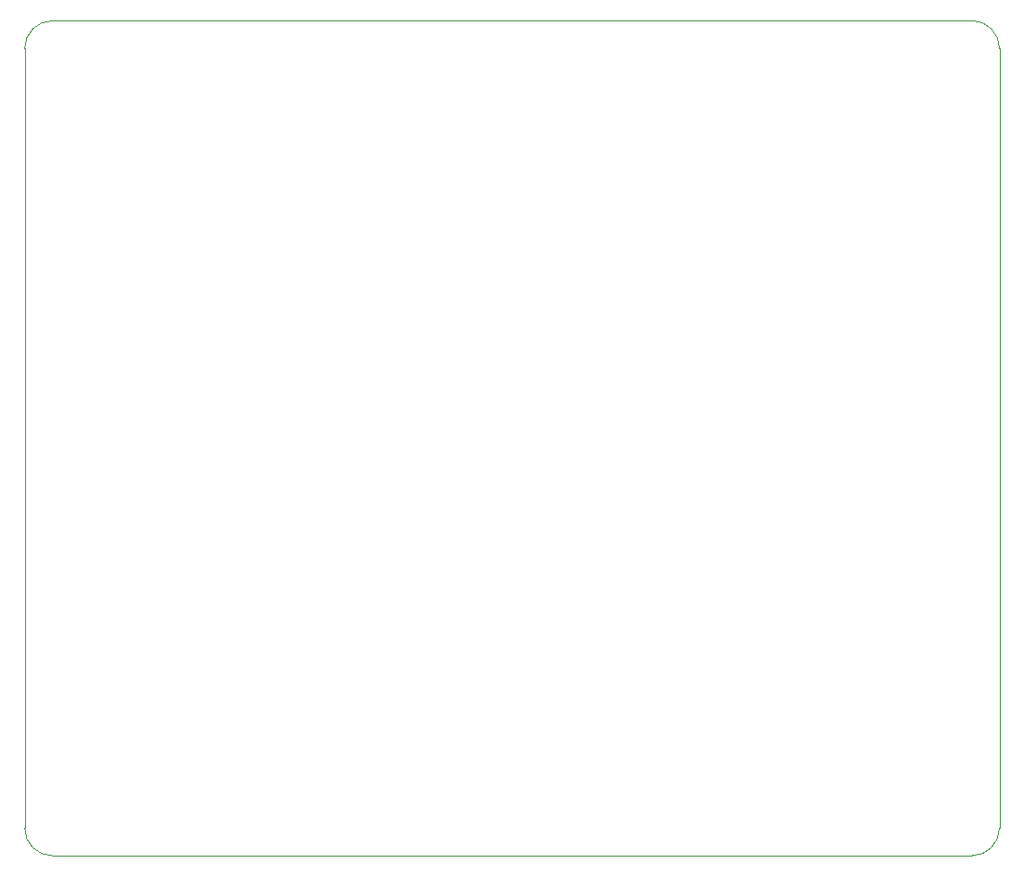
<source format=gbr>
G04 #@! TF.GenerationSoftware,KiCad,Pcbnew,(5.1.4)-1*
G04 #@! TF.CreationDate,2021-09-17T13:15:57-05:00*
G04 #@! TF.ProjectId,CareMate,43617265-4d61-4746-952e-6b696361645f,rev?*
G04 #@! TF.SameCoordinates,Original*
G04 #@! TF.FileFunction,Profile,NP*
%FSLAX46Y46*%
G04 Gerber Fmt 4.6, Leading zero omitted, Abs format (unit mm)*
G04 Created by KiCad (PCBNEW (5.1.4)-1) date 2021-09-17 13:15:57*
%MOMM*%
%LPD*%
G04 APERTURE LIST*
%ADD10C,0.050000*%
G04 APERTURE END LIST*
D10*
X134620000Y-25400000D02*
G75*
G02X137160000Y-27940000I0J-2540000D01*
G01*
X48260000Y-27940000D02*
G75*
G02X50800000Y-25400000I2540000J0D01*
G01*
X50800000Y-101600000D02*
G75*
G02X48260000Y-99060000I0J2540000D01*
G01*
X137160000Y-99060000D02*
G75*
G02X134620000Y-101600000I-2540000J0D01*
G01*
X50800000Y-25400000D02*
X50800000Y-25400000D01*
X48260000Y-27940000D02*
X48260000Y-99060000D01*
X134620000Y-25400000D02*
X50800000Y-25400000D01*
X137160000Y-99060000D02*
X137160000Y-27940000D01*
X50800000Y-101600000D02*
X134620000Y-101600000D01*
M02*

</source>
